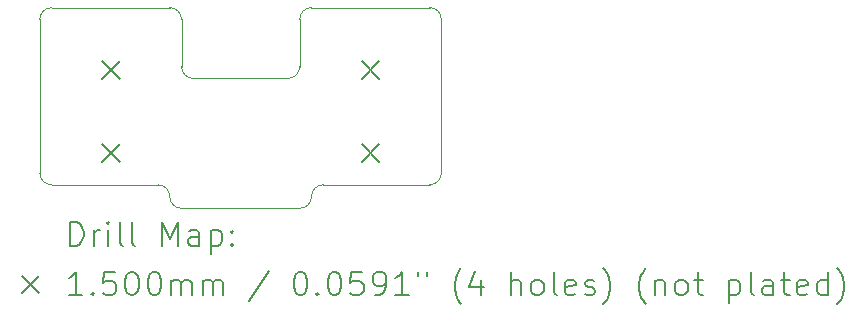
<source format=gbr>
%TF.GenerationSoftware,KiCad,Pcbnew,7.0.11*%
%TF.CreationDate,2024-02-25T15:21:37+01:00*%
%TF.ProjectId,EuroTap,4575726f-5461-4702-9e6b-696361645f70,rev?*%
%TF.SameCoordinates,Original*%
%TF.FileFunction,Drillmap*%
%TF.FilePolarity,Positive*%
%FSLAX45Y45*%
G04 Gerber Fmt 4.5, Leading zero omitted, Abs format (unit mm)*
G04 Created by KiCad (PCBNEW 7.0.11) date 2024-02-25 15:21:37*
%MOMM*%
%LPD*%
G01*
G04 APERTURE LIST*
%ADD10C,0.100000*%
%ADD11C,0.200000*%
%ADD12C,0.150000*%
G04 APERTURE END LIST*
D10*
X13000000Y-10500000D02*
X13000000Y-10100000D01*
X14000000Y-10500000D02*
X14000000Y-10100000D01*
X13900000Y-10600000D02*
G75*
G03*
X14000000Y-10500000I0J100000D01*
G01*
X14100000Y-10000000D02*
G75*
G03*
X14000000Y-10100000I0J-100000D01*
G01*
X13100000Y-10600000D02*
X13900000Y-10600000D01*
X12900000Y-10000000D02*
X11900000Y-10000000D01*
X15100000Y-11500000D02*
G75*
G03*
X15200000Y-11400000I0J100000D01*
G01*
X14200000Y-11500000D02*
X15100000Y-11500000D01*
X15100000Y-10000000D02*
X14100000Y-10000000D01*
X13000000Y-10100000D02*
G75*
G03*
X12900000Y-10000000I-100000J0D01*
G01*
X12900000Y-11600000D02*
G75*
G03*
X12800000Y-11500000I-100000J0D01*
G01*
X14000000Y-11700000D02*
X13000000Y-11700000D01*
X11900000Y-10000000D02*
G75*
G03*
X11800000Y-10100000I0J-100000D01*
G01*
X11800000Y-11400000D02*
X11800000Y-10100000D01*
X11800000Y-11400000D02*
G75*
G03*
X11900000Y-11500000I100000J0D01*
G01*
X15200000Y-10100000D02*
X15200000Y-11400000D01*
X14000000Y-11700000D02*
G75*
G03*
X14100000Y-11600000I0J100000D01*
G01*
X14200000Y-11500000D02*
G75*
G03*
X14100000Y-11600000I0J-100000D01*
G01*
X13000000Y-10500000D02*
G75*
G03*
X13100000Y-10600000I100000J0D01*
G01*
X12800000Y-11500000D02*
X11900000Y-11500000D01*
X15200000Y-10100000D02*
G75*
G03*
X15100000Y-10000000I-100000J0D01*
G01*
X12900000Y-11600000D02*
G75*
G03*
X13000000Y-11700000I100000J0D01*
G01*
D11*
D12*
X12325000Y-10455000D02*
X12475000Y-10605000D01*
X12475000Y-10455000D02*
X12325000Y-10605000D01*
X12325000Y-11155000D02*
X12475000Y-11305000D01*
X12475000Y-11155000D02*
X12325000Y-11305000D01*
X14525000Y-10455000D02*
X14675000Y-10605000D01*
X14675000Y-10455000D02*
X14525000Y-10605000D01*
X14525000Y-11155000D02*
X14675000Y-11305000D01*
X14675000Y-11155000D02*
X14525000Y-11305000D01*
D11*
X12055777Y-12016484D02*
X12055777Y-11816484D01*
X12055777Y-11816484D02*
X12103396Y-11816484D01*
X12103396Y-11816484D02*
X12131967Y-11826008D01*
X12131967Y-11826008D02*
X12151015Y-11845055D01*
X12151015Y-11845055D02*
X12160539Y-11864103D01*
X12160539Y-11864103D02*
X12170062Y-11902198D01*
X12170062Y-11902198D02*
X12170062Y-11930769D01*
X12170062Y-11930769D02*
X12160539Y-11968865D01*
X12160539Y-11968865D02*
X12151015Y-11987912D01*
X12151015Y-11987912D02*
X12131967Y-12006960D01*
X12131967Y-12006960D02*
X12103396Y-12016484D01*
X12103396Y-12016484D02*
X12055777Y-12016484D01*
X12255777Y-12016484D02*
X12255777Y-11883150D01*
X12255777Y-11921246D02*
X12265301Y-11902198D01*
X12265301Y-11902198D02*
X12274824Y-11892674D01*
X12274824Y-11892674D02*
X12293872Y-11883150D01*
X12293872Y-11883150D02*
X12312920Y-11883150D01*
X12379586Y-12016484D02*
X12379586Y-11883150D01*
X12379586Y-11816484D02*
X12370062Y-11826008D01*
X12370062Y-11826008D02*
X12379586Y-11835531D01*
X12379586Y-11835531D02*
X12389110Y-11826008D01*
X12389110Y-11826008D02*
X12379586Y-11816484D01*
X12379586Y-11816484D02*
X12379586Y-11835531D01*
X12503396Y-12016484D02*
X12484348Y-12006960D01*
X12484348Y-12006960D02*
X12474824Y-11987912D01*
X12474824Y-11987912D02*
X12474824Y-11816484D01*
X12608158Y-12016484D02*
X12589110Y-12006960D01*
X12589110Y-12006960D02*
X12579586Y-11987912D01*
X12579586Y-11987912D02*
X12579586Y-11816484D01*
X12836729Y-12016484D02*
X12836729Y-11816484D01*
X12836729Y-11816484D02*
X12903396Y-11959341D01*
X12903396Y-11959341D02*
X12970062Y-11816484D01*
X12970062Y-11816484D02*
X12970062Y-12016484D01*
X13151015Y-12016484D02*
X13151015Y-11911722D01*
X13151015Y-11911722D02*
X13141491Y-11892674D01*
X13141491Y-11892674D02*
X13122443Y-11883150D01*
X13122443Y-11883150D02*
X13084348Y-11883150D01*
X13084348Y-11883150D02*
X13065301Y-11892674D01*
X13151015Y-12006960D02*
X13131967Y-12016484D01*
X13131967Y-12016484D02*
X13084348Y-12016484D01*
X13084348Y-12016484D02*
X13065301Y-12006960D01*
X13065301Y-12006960D02*
X13055777Y-11987912D01*
X13055777Y-11987912D02*
X13055777Y-11968865D01*
X13055777Y-11968865D02*
X13065301Y-11949817D01*
X13065301Y-11949817D02*
X13084348Y-11940293D01*
X13084348Y-11940293D02*
X13131967Y-11940293D01*
X13131967Y-11940293D02*
X13151015Y-11930769D01*
X13246253Y-11883150D02*
X13246253Y-12083150D01*
X13246253Y-11892674D02*
X13265301Y-11883150D01*
X13265301Y-11883150D02*
X13303396Y-11883150D01*
X13303396Y-11883150D02*
X13322443Y-11892674D01*
X13322443Y-11892674D02*
X13331967Y-11902198D01*
X13331967Y-11902198D02*
X13341491Y-11921246D01*
X13341491Y-11921246D02*
X13341491Y-11978388D01*
X13341491Y-11978388D02*
X13331967Y-11997436D01*
X13331967Y-11997436D02*
X13322443Y-12006960D01*
X13322443Y-12006960D02*
X13303396Y-12016484D01*
X13303396Y-12016484D02*
X13265301Y-12016484D01*
X13265301Y-12016484D02*
X13246253Y-12006960D01*
X13427205Y-11997436D02*
X13436729Y-12006960D01*
X13436729Y-12006960D02*
X13427205Y-12016484D01*
X13427205Y-12016484D02*
X13417682Y-12006960D01*
X13417682Y-12006960D02*
X13427205Y-11997436D01*
X13427205Y-11997436D02*
X13427205Y-12016484D01*
X13427205Y-11892674D02*
X13436729Y-11902198D01*
X13436729Y-11902198D02*
X13427205Y-11911722D01*
X13427205Y-11911722D02*
X13417682Y-11902198D01*
X13417682Y-11902198D02*
X13427205Y-11892674D01*
X13427205Y-11892674D02*
X13427205Y-11911722D01*
D12*
X11645000Y-12270000D02*
X11795000Y-12420000D01*
X11795000Y-12270000D02*
X11645000Y-12420000D01*
D11*
X12160539Y-12436484D02*
X12046253Y-12436484D01*
X12103396Y-12436484D02*
X12103396Y-12236484D01*
X12103396Y-12236484D02*
X12084348Y-12265055D01*
X12084348Y-12265055D02*
X12065301Y-12284103D01*
X12065301Y-12284103D02*
X12046253Y-12293627D01*
X12246253Y-12417436D02*
X12255777Y-12426960D01*
X12255777Y-12426960D02*
X12246253Y-12436484D01*
X12246253Y-12436484D02*
X12236729Y-12426960D01*
X12236729Y-12426960D02*
X12246253Y-12417436D01*
X12246253Y-12417436D02*
X12246253Y-12436484D01*
X12436729Y-12236484D02*
X12341491Y-12236484D01*
X12341491Y-12236484D02*
X12331967Y-12331722D01*
X12331967Y-12331722D02*
X12341491Y-12322198D01*
X12341491Y-12322198D02*
X12360539Y-12312674D01*
X12360539Y-12312674D02*
X12408158Y-12312674D01*
X12408158Y-12312674D02*
X12427205Y-12322198D01*
X12427205Y-12322198D02*
X12436729Y-12331722D01*
X12436729Y-12331722D02*
X12446253Y-12350769D01*
X12446253Y-12350769D02*
X12446253Y-12398388D01*
X12446253Y-12398388D02*
X12436729Y-12417436D01*
X12436729Y-12417436D02*
X12427205Y-12426960D01*
X12427205Y-12426960D02*
X12408158Y-12436484D01*
X12408158Y-12436484D02*
X12360539Y-12436484D01*
X12360539Y-12436484D02*
X12341491Y-12426960D01*
X12341491Y-12426960D02*
X12331967Y-12417436D01*
X12570062Y-12236484D02*
X12589110Y-12236484D01*
X12589110Y-12236484D02*
X12608158Y-12246008D01*
X12608158Y-12246008D02*
X12617682Y-12255531D01*
X12617682Y-12255531D02*
X12627205Y-12274579D01*
X12627205Y-12274579D02*
X12636729Y-12312674D01*
X12636729Y-12312674D02*
X12636729Y-12360293D01*
X12636729Y-12360293D02*
X12627205Y-12398388D01*
X12627205Y-12398388D02*
X12617682Y-12417436D01*
X12617682Y-12417436D02*
X12608158Y-12426960D01*
X12608158Y-12426960D02*
X12589110Y-12436484D01*
X12589110Y-12436484D02*
X12570062Y-12436484D01*
X12570062Y-12436484D02*
X12551015Y-12426960D01*
X12551015Y-12426960D02*
X12541491Y-12417436D01*
X12541491Y-12417436D02*
X12531967Y-12398388D01*
X12531967Y-12398388D02*
X12522443Y-12360293D01*
X12522443Y-12360293D02*
X12522443Y-12312674D01*
X12522443Y-12312674D02*
X12531967Y-12274579D01*
X12531967Y-12274579D02*
X12541491Y-12255531D01*
X12541491Y-12255531D02*
X12551015Y-12246008D01*
X12551015Y-12246008D02*
X12570062Y-12236484D01*
X12760539Y-12236484D02*
X12779586Y-12236484D01*
X12779586Y-12236484D02*
X12798634Y-12246008D01*
X12798634Y-12246008D02*
X12808158Y-12255531D01*
X12808158Y-12255531D02*
X12817682Y-12274579D01*
X12817682Y-12274579D02*
X12827205Y-12312674D01*
X12827205Y-12312674D02*
X12827205Y-12360293D01*
X12827205Y-12360293D02*
X12817682Y-12398388D01*
X12817682Y-12398388D02*
X12808158Y-12417436D01*
X12808158Y-12417436D02*
X12798634Y-12426960D01*
X12798634Y-12426960D02*
X12779586Y-12436484D01*
X12779586Y-12436484D02*
X12760539Y-12436484D01*
X12760539Y-12436484D02*
X12741491Y-12426960D01*
X12741491Y-12426960D02*
X12731967Y-12417436D01*
X12731967Y-12417436D02*
X12722443Y-12398388D01*
X12722443Y-12398388D02*
X12712920Y-12360293D01*
X12712920Y-12360293D02*
X12712920Y-12312674D01*
X12712920Y-12312674D02*
X12722443Y-12274579D01*
X12722443Y-12274579D02*
X12731967Y-12255531D01*
X12731967Y-12255531D02*
X12741491Y-12246008D01*
X12741491Y-12246008D02*
X12760539Y-12236484D01*
X12912920Y-12436484D02*
X12912920Y-12303150D01*
X12912920Y-12322198D02*
X12922443Y-12312674D01*
X12922443Y-12312674D02*
X12941491Y-12303150D01*
X12941491Y-12303150D02*
X12970063Y-12303150D01*
X12970063Y-12303150D02*
X12989110Y-12312674D01*
X12989110Y-12312674D02*
X12998634Y-12331722D01*
X12998634Y-12331722D02*
X12998634Y-12436484D01*
X12998634Y-12331722D02*
X13008158Y-12312674D01*
X13008158Y-12312674D02*
X13027205Y-12303150D01*
X13027205Y-12303150D02*
X13055777Y-12303150D01*
X13055777Y-12303150D02*
X13074824Y-12312674D01*
X13074824Y-12312674D02*
X13084348Y-12331722D01*
X13084348Y-12331722D02*
X13084348Y-12436484D01*
X13179586Y-12436484D02*
X13179586Y-12303150D01*
X13179586Y-12322198D02*
X13189110Y-12312674D01*
X13189110Y-12312674D02*
X13208158Y-12303150D01*
X13208158Y-12303150D02*
X13236729Y-12303150D01*
X13236729Y-12303150D02*
X13255777Y-12312674D01*
X13255777Y-12312674D02*
X13265301Y-12331722D01*
X13265301Y-12331722D02*
X13265301Y-12436484D01*
X13265301Y-12331722D02*
X13274824Y-12312674D01*
X13274824Y-12312674D02*
X13293872Y-12303150D01*
X13293872Y-12303150D02*
X13322443Y-12303150D01*
X13322443Y-12303150D02*
X13341491Y-12312674D01*
X13341491Y-12312674D02*
X13351015Y-12331722D01*
X13351015Y-12331722D02*
X13351015Y-12436484D01*
X13741491Y-12226960D02*
X13570063Y-12484103D01*
X13998634Y-12236484D02*
X14017682Y-12236484D01*
X14017682Y-12236484D02*
X14036729Y-12246008D01*
X14036729Y-12246008D02*
X14046253Y-12255531D01*
X14046253Y-12255531D02*
X14055777Y-12274579D01*
X14055777Y-12274579D02*
X14065301Y-12312674D01*
X14065301Y-12312674D02*
X14065301Y-12360293D01*
X14065301Y-12360293D02*
X14055777Y-12398388D01*
X14055777Y-12398388D02*
X14046253Y-12417436D01*
X14046253Y-12417436D02*
X14036729Y-12426960D01*
X14036729Y-12426960D02*
X14017682Y-12436484D01*
X14017682Y-12436484D02*
X13998634Y-12436484D01*
X13998634Y-12436484D02*
X13979586Y-12426960D01*
X13979586Y-12426960D02*
X13970063Y-12417436D01*
X13970063Y-12417436D02*
X13960539Y-12398388D01*
X13960539Y-12398388D02*
X13951015Y-12360293D01*
X13951015Y-12360293D02*
X13951015Y-12312674D01*
X13951015Y-12312674D02*
X13960539Y-12274579D01*
X13960539Y-12274579D02*
X13970063Y-12255531D01*
X13970063Y-12255531D02*
X13979586Y-12246008D01*
X13979586Y-12246008D02*
X13998634Y-12236484D01*
X14151015Y-12417436D02*
X14160539Y-12426960D01*
X14160539Y-12426960D02*
X14151015Y-12436484D01*
X14151015Y-12436484D02*
X14141491Y-12426960D01*
X14141491Y-12426960D02*
X14151015Y-12417436D01*
X14151015Y-12417436D02*
X14151015Y-12436484D01*
X14284348Y-12236484D02*
X14303396Y-12236484D01*
X14303396Y-12236484D02*
X14322444Y-12246008D01*
X14322444Y-12246008D02*
X14331967Y-12255531D01*
X14331967Y-12255531D02*
X14341491Y-12274579D01*
X14341491Y-12274579D02*
X14351015Y-12312674D01*
X14351015Y-12312674D02*
X14351015Y-12360293D01*
X14351015Y-12360293D02*
X14341491Y-12398388D01*
X14341491Y-12398388D02*
X14331967Y-12417436D01*
X14331967Y-12417436D02*
X14322444Y-12426960D01*
X14322444Y-12426960D02*
X14303396Y-12436484D01*
X14303396Y-12436484D02*
X14284348Y-12436484D01*
X14284348Y-12436484D02*
X14265301Y-12426960D01*
X14265301Y-12426960D02*
X14255777Y-12417436D01*
X14255777Y-12417436D02*
X14246253Y-12398388D01*
X14246253Y-12398388D02*
X14236729Y-12360293D01*
X14236729Y-12360293D02*
X14236729Y-12312674D01*
X14236729Y-12312674D02*
X14246253Y-12274579D01*
X14246253Y-12274579D02*
X14255777Y-12255531D01*
X14255777Y-12255531D02*
X14265301Y-12246008D01*
X14265301Y-12246008D02*
X14284348Y-12236484D01*
X14531967Y-12236484D02*
X14436729Y-12236484D01*
X14436729Y-12236484D02*
X14427206Y-12331722D01*
X14427206Y-12331722D02*
X14436729Y-12322198D01*
X14436729Y-12322198D02*
X14455777Y-12312674D01*
X14455777Y-12312674D02*
X14503396Y-12312674D01*
X14503396Y-12312674D02*
X14522444Y-12322198D01*
X14522444Y-12322198D02*
X14531967Y-12331722D01*
X14531967Y-12331722D02*
X14541491Y-12350769D01*
X14541491Y-12350769D02*
X14541491Y-12398388D01*
X14541491Y-12398388D02*
X14531967Y-12417436D01*
X14531967Y-12417436D02*
X14522444Y-12426960D01*
X14522444Y-12426960D02*
X14503396Y-12436484D01*
X14503396Y-12436484D02*
X14455777Y-12436484D01*
X14455777Y-12436484D02*
X14436729Y-12426960D01*
X14436729Y-12426960D02*
X14427206Y-12417436D01*
X14636729Y-12436484D02*
X14674825Y-12436484D01*
X14674825Y-12436484D02*
X14693872Y-12426960D01*
X14693872Y-12426960D02*
X14703396Y-12417436D01*
X14703396Y-12417436D02*
X14722444Y-12388865D01*
X14722444Y-12388865D02*
X14731967Y-12350769D01*
X14731967Y-12350769D02*
X14731967Y-12274579D01*
X14731967Y-12274579D02*
X14722444Y-12255531D01*
X14722444Y-12255531D02*
X14712920Y-12246008D01*
X14712920Y-12246008D02*
X14693872Y-12236484D01*
X14693872Y-12236484D02*
X14655777Y-12236484D01*
X14655777Y-12236484D02*
X14636729Y-12246008D01*
X14636729Y-12246008D02*
X14627206Y-12255531D01*
X14627206Y-12255531D02*
X14617682Y-12274579D01*
X14617682Y-12274579D02*
X14617682Y-12322198D01*
X14617682Y-12322198D02*
X14627206Y-12341246D01*
X14627206Y-12341246D02*
X14636729Y-12350769D01*
X14636729Y-12350769D02*
X14655777Y-12360293D01*
X14655777Y-12360293D02*
X14693872Y-12360293D01*
X14693872Y-12360293D02*
X14712920Y-12350769D01*
X14712920Y-12350769D02*
X14722444Y-12341246D01*
X14722444Y-12341246D02*
X14731967Y-12322198D01*
X14922444Y-12436484D02*
X14808158Y-12436484D01*
X14865301Y-12436484D02*
X14865301Y-12236484D01*
X14865301Y-12236484D02*
X14846253Y-12265055D01*
X14846253Y-12265055D02*
X14827206Y-12284103D01*
X14827206Y-12284103D02*
X14808158Y-12293627D01*
X14998634Y-12236484D02*
X14998634Y-12274579D01*
X15074825Y-12236484D02*
X15074825Y-12274579D01*
X15370063Y-12512674D02*
X15360539Y-12503150D01*
X15360539Y-12503150D02*
X15341491Y-12474579D01*
X15341491Y-12474579D02*
X15331968Y-12455531D01*
X15331968Y-12455531D02*
X15322444Y-12426960D01*
X15322444Y-12426960D02*
X15312920Y-12379341D01*
X15312920Y-12379341D02*
X15312920Y-12341246D01*
X15312920Y-12341246D02*
X15322444Y-12293627D01*
X15322444Y-12293627D02*
X15331968Y-12265055D01*
X15331968Y-12265055D02*
X15341491Y-12246008D01*
X15341491Y-12246008D02*
X15360539Y-12217436D01*
X15360539Y-12217436D02*
X15370063Y-12207912D01*
X15531968Y-12303150D02*
X15531968Y-12436484D01*
X15484348Y-12226960D02*
X15436729Y-12369817D01*
X15436729Y-12369817D02*
X15560539Y-12369817D01*
X15789110Y-12436484D02*
X15789110Y-12236484D01*
X15874825Y-12436484D02*
X15874825Y-12331722D01*
X15874825Y-12331722D02*
X15865301Y-12312674D01*
X15865301Y-12312674D02*
X15846253Y-12303150D01*
X15846253Y-12303150D02*
X15817682Y-12303150D01*
X15817682Y-12303150D02*
X15798634Y-12312674D01*
X15798634Y-12312674D02*
X15789110Y-12322198D01*
X15998634Y-12436484D02*
X15979587Y-12426960D01*
X15979587Y-12426960D02*
X15970063Y-12417436D01*
X15970063Y-12417436D02*
X15960539Y-12398388D01*
X15960539Y-12398388D02*
X15960539Y-12341246D01*
X15960539Y-12341246D02*
X15970063Y-12322198D01*
X15970063Y-12322198D02*
X15979587Y-12312674D01*
X15979587Y-12312674D02*
X15998634Y-12303150D01*
X15998634Y-12303150D02*
X16027206Y-12303150D01*
X16027206Y-12303150D02*
X16046253Y-12312674D01*
X16046253Y-12312674D02*
X16055777Y-12322198D01*
X16055777Y-12322198D02*
X16065301Y-12341246D01*
X16065301Y-12341246D02*
X16065301Y-12398388D01*
X16065301Y-12398388D02*
X16055777Y-12417436D01*
X16055777Y-12417436D02*
X16046253Y-12426960D01*
X16046253Y-12426960D02*
X16027206Y-12436484D01*
X16027206Y-12436484D02*
X15998634Y-12436484D01*
X16179587Y-12436484D02*
X16160539Y-12426960D01*
X16160539Y-12426960D02*
X16151015Y-12407912D01*
X16151015Y-12407912D02*
X16151015Y-12236484D01*
X16331968Y-12426960D02*
X16312920Y-12436484D01*
X16312920Y-12436484D02*
X16274825Y-12436484D01*
X16274825Y-12436484D02*
X16255777Y-12426960D01*
X16255777Y-12426960D02*
X16246253Y-12407912D01*
X16246253Y-12407912D02*
X16246253Y-12331722D01*
X16246253Y-12331722D02*
X16255777Y-12312674D01*
X16255777Y-12312674D02*
X16274825Y-12303150D01*
X16274825Y-12303150D02*
X16312920Y-12303150D01*
X16312920Y-12303150D02*
X16331968Y-12312674D01*
X16331968Y-12312674D02*
X16341491Y-12331722D01*
X16341491Y-12331722D02*
X16341491Y-12350769D01*
X16341491Y-12350769D02*
X16246253Y-12369817D01*
X16417682Y-12426960D02*
X16436730Y-12436484D01*
X16436730Y-12436484D02*
X16474825Y-12436484D01*
X16474825Y-12436484D02*
X16493872Y-12426960D01*
X16493872Y-12426960D02*
X16503396Y-12407912D01*
X16503396Y-12407912D02*
X16503396Y-12398388D01*
X16503396Y-12398388D02*
X16493872Y-12379341D01*
X16493872Y-12379341D02*
X16474825Y-12369817D01*
X16474825Y-12369817D02*
X16446253Y-12369817D01*
X16446253Y-12369817D02*
X16427206Y-12360293D01*
X16427206Y-12360293D02*
X16417682Y-12341246D01*
X16417682Y-12341246D02*
X16417682Y-12331722D01*
X16417682Y-12331722D02*
X16427206Y-12312674D01*
X16427206Y-12312674D02*
X16446253Y-12303150D01*
X16446253Y-12303150D02*
X16474825Y-12303150D01*
X16474825Y-12303150D02*
X16493872Y-12312674D01*
X16570063Y-12512674D02*
X16579587Y-12503150D01*
X16579587Y-12503150D02*
X16598634Y-12474579D01*
X16598634Y-12474579D02*
X16608158Y-12455531D01*
X16608158Y-12455531D02*
X16617682Y-12426960D01*
X16617682Y-12426960D02*
X16627206Y-12379341D01*
X16627206Y-12379341D02*
X16627206Y-12341246D01*
X16627206Y-12341246D02*
X16617682Y-12293627D01*
X16617682Y-12293627D02*
X16608158Y-12265055D01*
X16608158Y-12265055D02*
X16598634Y-12246008D01*
X16598634Y-12246008D02*
X16579587Y-12217436D01*
X16579587Y-12217436D02*
X16570063Y-12207912D01*
X16931968Y-12512674D02*
X16922444Y-12503150D01*
X16922444Y-12503150D02*
X16903396Y-12474579D01*
X16903396Y-12474579D02*
X16893873Y-12455531D01*
X16893873Y-12455531D02*
X16884349Y-12426960D01*
X16884349Y-12426960D02*
X16874825Y-12379341D01*
X16874825Y-12379341D02*
X16874825Y-12341246D01*
X16874825Y-12341246D02*
X16884349Y-12293627D01*
X16884349Y-12293627D02*
X16893873Y-12265055D01*
X16893873Y-12265055D02*
X16903396Y-12246008D01*
X16903396Y-12246008D02*
X16922444Y-12217436D01*
X16922444Y-12217436D02*
X16931968Y-12207912D01*
X17008158Y-12303150D02*
X17008158Y-12436484D01*
X17008158Y-12322198D02*
X17017682Y-12312674D01*
X17017682Y-12312674D02*
X17036730Y-12303150D01*
X17036730Y-12303150D02*
X17065301Y-12303150D01*
X17065301Y-12303150D02*
X17084349Y-12312674D01*
X17084349Y-12312674D02*
X17093873Y-12331722D01*
X17093873Y-12331722D02*
X17093873Y-12436484D01*
X17217682Y-12436484D02*
X17198634Y-12426960D01*
X17198634Y-12426960D02*
X17189111Y-12417436D01*
X17189111Y-12417436D02*
X17179587Y-12398388D01*
X17179587Y-12398388D02*
X17179587Y-12341246D01*
X17179587Y-12341246D02*
X17189111Y-12322198D01*
X17189111Y-12322198D02*
X17198634Y-12312674D01*
X17198634Y-12312674D02*
X17217682Y-12303150D01*
X17217682Y-12303150D02*
X17246254Y-12303150D01*
X17246254Y-12303150D02*
X17265301Y-12312674D01*
X17265301Y-12312674D02*
X17274825Y-12322198D01*
X17274825Y-12322198D02*
X17284349Y-12341246D01*
X17284349Y-12341246D02*
X17284349Y-12398388D01*
X17284349Y-12398388D02*
X17274825Y-12417436D01*
X17274825Y-12417436D02*
X17265301Y-12426960D01*
X17265301Y-12426960D02*
X17246254Y-12436484D01*
X17246254Y-12436484D02*
X17217682Y-12436484D01*
X17341492Y-12303150D02*
X17417682Y-12303150D01*
X17370063Y-12236484D02*
X17370063Y-12407912D01*
X17370063Y-12407912D02*
X17379587Y-12426960D01*
X17379587Y-12426960D02*
X17398634Y-12436484D01*
X17398634Y-12436484D02*
X17417682Y-12436484D01*
X17636730Y-12303150D02*
X17636730Y-12503150D01*
X17636730Y-12312674D02*
X17655777Y-12303150D01*
X17655777Y-12303150D02*
X17693873Y-12303150D01*
X17693873Y-12303150D02*
X17712920Y-12312674D01*
X17712920Y-12312674D02*
X17722444Y-12322198D01*
X17722444Y-12322198D02*
X17731968Y-12341246D01*
X17731968Y-12341246D02*
X17731968Y-12398388D01*
X17731968Y-12398388D02*
X17722444Y-12417436D01*
X17722444Y-12417436D02*
X17712920Y-12426960D01*
X17712920Y-12426960D02*
X17693873Y-12436484D01*
X17693873Y-12436484D02*
X17655777Y-12436484D01*
X17655777Y-12436484D02*
X17636730Y-12426960D01*
X17846254Y-12436484D02*
X17827206Y-12426960D01*
X17827206Y-12426960D02*
X17817682Y-12407912D01*
X17817682Y-12407912D02*
X17817682Y-12236484D01*
X18008158Y-12436484D02*
X18008158Y-12331722D01*
X18008158Y-12331722D02*
X17998635Y-12312674D01*
X17998635Y-12312674D02*
X17979587Y-12303150D01*
X17979587Y-12303150D02*
X17941492Y-12303150D01*
X17941492Y-12303150D02*
X17922444Y-12312674D01*
X18008158Y-12426960D02*
X17989111Y-12436484D01*
X17989111Y-12436484D02*
X17941492Y-12436484D01*
X17941492Y-12436484D02*
X17922444Y-12426960D01*
X17922444Y-12426960D02*
X17912920Y-12407912D01*
X17912920Y-12407912D02*
X17912920Y-12388865D01*
X17912920Y-12388865D02*
X17922444Y-12369817D01*
X17922444Y-12369817D02*
X17941492Y-12360293D01*
X17941492Y-12360293D02*
X17989111Y-12360293D01*
X17989111Y-12360293D02*
X18008158Y-12350769D01*
X18074825Y-12303150D02*
X18151015Y-12303150D01*
X18103396Y-12236484D02*
X18103396Y-12407912D01*
X18103396Y-12407912D02*
X18112920Y-12426960D01*
X18112920Y-12426960D02*
X18131968Y-12436484D01*
X18131968Y-12436484D02*
X18151015Y-12436484D01*
X18293873Y-12426960D02*
X18274825Y-12436484D01*
X18274825Y-12436484D02*
X18236730Y-12436484D01*
X18236730Y-12436484D02*
X18217682Y-12426960D01*
X18217682Y-12426960D02*
X18208158Y-12407912D01*
X18208158Y-12407912D02*
X18208158Y-12331722D01*
X18208158Y-12331722D02*
X18217682Y-12312674D01*
X18217682Y-12312674D02*
X18236730Y-12303150D01*
X18236730Y-12303150D02*
X18274825Y-12303150D01*
X18274825Y-12303150D02*
X18293873Y-12312674D01*
X18293873Y-12312674D02*
X18303396Y-12331722D01*
X18303396Y-12331722D02*
X18303396Y-12350769D01*
X18303396Y-12350769D02*
X18208158Y-12369817D01*
X18474825Y-12436484D02*
X18474825Y-12236484D01*
X18474825Y-12426960D02*
X18455777Y-12436484D01*
X18455777Y-12436484D02*
X18417682Y-12436484D01*
X18417682Y-12436484D02*
X18398635Y-12426960D01*
X18398635Y-12426960D02*
X18389111Y-12417436D01*
X18389111Y-12417436D02*
X18379587Y-12398388D01*
X18379587Y-12398388D02*
X18379587Y-12341246D01*
X18379587Y-12341246D02*
X18389111Y-12322198D01*
X18389111Y-12322198D02*
X18398635Y-12312674D01*
X18398635Y-12312674D02*
X18417682Y-12303150D01*
X18417682Y-12303150D02*
X18455777Y-12303150D01*
X18455777Y-12303150D02*
X18474825Y-12312674D01*
X18551016Y-12512674D02*
X18560539Y-12503150D01*
X18560539Y-12503150D02*
X18579587Y-12474579D01*
X18579587Y-12474579D02*
X18589111Y-12455531D01*
X18589111Y-12455531D02*
X18598635Y-12426960D01*
X18598635Y-12426960D02*
X18608158Y-12379341D01*
X18608158Y-12379341D02*
X18608158Y-12341246D01*
X18608158Y-12341246D02*
X18598635Y-12293627D01*
X18598635Y-12293627D02*
X18589111Y-12265055D01*
X18589111Y-12265055D02*
X18579587Y-12246008D01*
X18579587Y-12246008D02*
X18560539Y-12217436D01*
X18560539Y-12217436D02*
X18551016Y-12207912D01*
M02*

</source>
